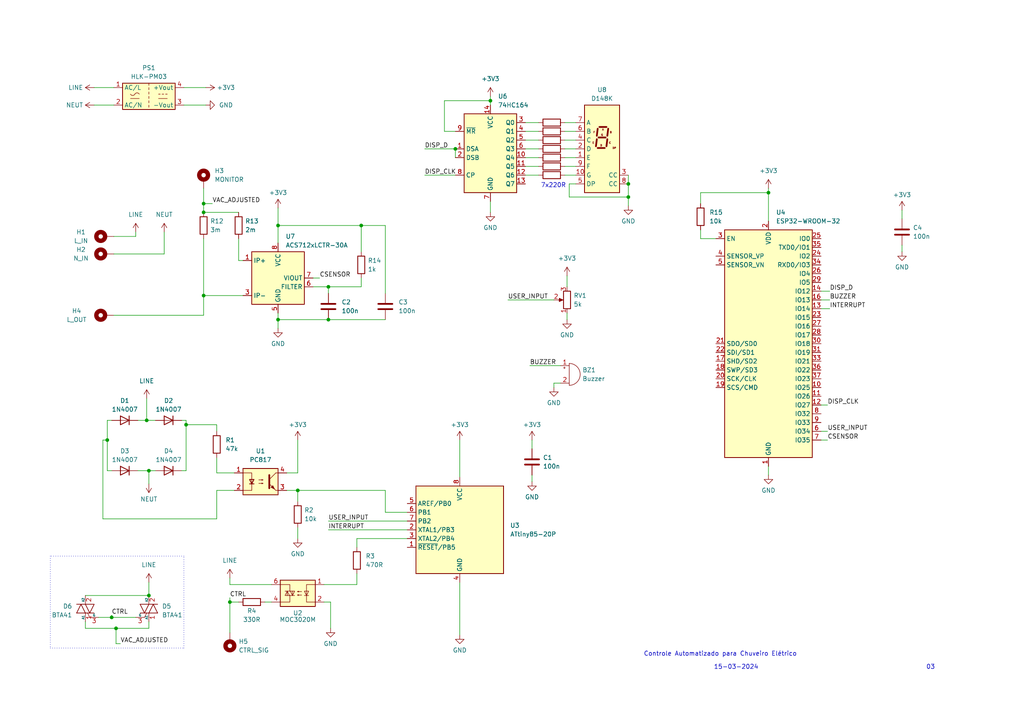
<source format=kicad_sch>
(kicad_sch (version 20230121) (generator eeschema)
  (paper "A4")
  (lib_symbols
    (symbol "74xx:74HC164"
      (property "Reference" "U" (at 1.905 -13.97 0))
      (property "Value" "74HC164" (at 1.905 -16.51 0))
      (symbol "74HC164_0_1"
        (rectangle (start 7.62 10.16) (end -7.62 -12.7) (stroke (width 0.254)) (fill (type background)))
      )
      (symbol "74HC164_1_1"
        (pin input line (at -10.16 0 0) (length 2.54) (name "DSA") (number "1"))
        (pin output line (at 10.16 -2.54 180) (length 2.54) (name "Q4") (number "10"))
        (pin output line (at 10.16 -5.08 180) (length 2.54) (name "Q5") (number "11"))
        (pin output line (at 10.16 -7.62 180) (length 2.54) (name "Q6") (number "12"))
        (pin output line (at 10.16 -10.16 180) (length 2.54) (name "Q7") (number "13"))
        (pin power_in line (at 0 12.7 270) (length 2.54) (name "VCC") (number "14"))
        (pin input line (at -10.16 -2.54 0) (length 2.54) (name "DSB") (number "2"))
        (pin output line (at 10.16 7.62 180) (length 2.54) (name "Q0") (number "3"))
        (pin output line (at 10.16 5.08 180) (length 2.54) (name "Q1") (number "4"))
        (pin output line (at 10.16 2.54 180) (length 2.54) (name "Q2") (number "5"))
        (pin output line (at 10.16 0 180) (length 2.54) (name "Q3") (number "6"))
        (pin power_in line (at 0 -15.24 90) (length 2.54) (name "GND") (number "7"))
        (pin input line (at -10.16 -7.62 0) (length 2.54) (name "CP") (number "8"))
        (pin input line (at -10.16 5.08 0) (length 2.54) (name "~{MR}") (number "9"))
      )
    )
    (symbol "Converter_ACDC:HLK-PM03"
      (property "Reference" "PS" (at 0 5.08 0))
      (property "Value" "HLK-PM03" (at 0 -5.08 0))
      (symbol "HLK-PM03_0_1"
        (rectangle (start -7.62 3.81) (end 7.62 -3.81) (stroke (width 0.254)) (fill (type background)))
        (arc (start -5.334 0.635) (mid -4.699 0.2495) (end -4.064 0.635))
        (arc (start -2.794 0.635) (mid -3.429 1.0072) (end -4.064 0.635))
        (polyline (pts (xy -5.334 -0.635) (xy -2.794 -0.635)))
        (polyline (pts (xy 0 -2.54) (xy 0 -3.175)))
        (polyline (pts (xy 0 -1.27) (xy 0 -1.905)))
        (polyline (pts (xy 0 0) (xy 0 -0.635)))
        (polyline (pts (xy 0 1.27) (xy 0 0.635)))
        (polyline (pts (xy 0 2.54) (xy 0 1.905)))
        (polyline (pts (xy 0 3.81) (xy 0 3.175)))
        (polyline (pts (xy 2.794 -0.635) (xy 5.334 -0.635)))
        (polyline (pts (xy 2.794 0.635) (xy 3.302 0.635)))
        (polyline (pts (xy 3.81 0.635) (xy 4.318 0.635)))
        (polyline (pts (xy 4.826 0.635) (xy 5.334 0.635)))
      )
      (symbol "HLK-PM03_1_1"
        (pin power_in line (at -10.16 2.54 0) (length 2.54) (name "AC/L") (number "1"))
        (pin power_in line (at -10.16 -2.54 0) (length 2.54) (name "AC/N") (number "2"))
        (pin power_out line (at 10.16 -2.54 180) (length 2.54) (name "-Vout") (number "3"))
        (pin power_out line (at 10.16 2.54 180) (length 2.54) (name "+Vout") (number "4"))
      )
    )
    (symbol "Device:Buzzer" (pin_names (offset 0.0254) hide)
      (property "Reference" "BZ" (at 3.81 1.27 0))
      (property "Value" "Buzzer" (at 3.81 -1.27 0))
      (symbol "Buzzer_0_1"
        (arc (start 0 -3.175) (mid 3.1612 0) (end 0 3.175))
        (polyline (pts (xy -1.651 1.905) (xy -1.143 1.905)))
        (polyline (pts (xy -1.397 2.159) (xy -1.397 1.651)))
        (polyline (pts (xy 0 3.175) (xy 0 -3.175)))
      )
      (symbol "Buzzer_1_1"
        (pin passive line (at -2.54 2.54 0) (length 2.54) (name "-") (number "1"))
        (pin passive line (at -2.54 -2.54 0) (length 2.54) (name "+") (number "2"))
      )
    )
    (symbol "Device:C" (pin_numbers hide) (pin_names (offset 0.254))
      (property "Reference" "C" (at 0.635 2.54 0))
      (property "Value" "C" (at 0.635 -2.54 0))
      (symbol "C_0_1"
        (polyline (pts (xy -2.032 -0.762) (xy 2.032 -0.762)) (stroke (width 0.508)))
        (polyline (pts (xy -2.032 0.762) (xy 2.032 0.762)) (stroke (width 0.508)))
      )
      (symbol "C_1_1"
        (pin passive line (at 0 3.81 270) (length 2.794) (name "~") (number "1"))
        (pin passive line (at 0 -3.81 90) (length 2.794) (name "~") (number "2"))
      )
    )
    (symbol "Device:Q_TRIAC_A1A2G" (pin_names (offset 0))
      (property "Reference" "D" (at 3.175 0.635 0))
      (property "Value" "Q_TRIAC_A1A2G" (at 3.175 -1.27 0))
      (symbol "Q_TRIAC_A1A2G_0_1"
        (polyline (pts (xy -2.54 -1.27) (xy 2.54 -1.27)) (stroke (width 0.2032)))
        (polyline (pts (xy -2.54 1.27) (xy 2.54 1.27)) (stroke (width 0.2032)))
        (polyline (pts (xy -1.27 -2.54) (xy -0.635 -1.27)))
        (polyline (pts (xy -2.54 1.27) (xy -1.27 -1.27) (xy 0 1.27)) (stroke (width 0.2032)))
        (polyline (pts (xy 0 -1.27) (xy 1.27 1.27) (xy 2.54 -1.27)) (stroke (width 0.2032)))
      )
      (symbol "Q_TRIAC_A1A2G_1_1"
        (pin passive line (at 0 -3.81 90) (length 2.54) (name "A1") (number "1"))
        (pin passive line (at 0 3.81 270) (length 2.54) (name "A2") (number "2"))
        (pin input line (at -3.81 -2.54 0) (length 2.54) (name "G") (number "3"))
      )
    )
    (symbol "Device:R" (pin_numbers hide) (pin_names (offset 0))
      (property "Reference" "R" (at 2.032 0 90))
      (property "Value" "R" (at 0 0 90))
      (symbol "R_0_1"
        (rectangle (start -1.016 -2.54) (end 1.016 2.54) (stroke (width 0.254)))
      )
      (symbol "R_1_1"
        (pin passive line (at 0 3.81 270) (length 1.27) (name "~") (number "1"))
        (pin passive line (at 0 -3.81 90) (length 1.27) (name "~") (number "2"))
      )
    )
    (symbol "Device:R_Potentiometer" (pin_names (offset 1.016) hide)
      (property "Reference" "RV" (at -4.445 0 90))
      (property "Value" "R_Potentiometer" (at -2.54 0 90))
      (symbol "R_Potentiometer_0_1"
        (polyline (pts (xy 2.54 0) (xy 1.524 0)))
        (polyline (pts (xy 1.143 0) (xy 2.286 0.508) (xy 2.286 -0.508) (xy 1.143 0)) (fill (type outline)))
        (rectangle (start 1.016 2.54) (end -1.016 -2.54) (stroke (width 0.254)))
      )
      (symbol "R_Potentiometer_1_1"
        (pin passive line (at 0 3.81 270) (length 1.27) (name "1") (number "1"))
        (pin passive line (at 3.81 0 180) (length 1.27) (name "2") (number "2"))
        (pin passive line (at 0 -3.81 90) (length 1.27) (name "3") (number "3"))
      )
    )
    (symbol "Diode:1N4007" (pin_numbers hide) (pin_names hide)
      (property "Reference" "D" (at 0 2.54 0))
      (property "Value" "1N4007" (at 0 -2.54 0))
      (symbol "1N4007_0_1"
        (polyline (pts (xy -1.27 1.27) (xy -1.27 -1.27)) (stroke (width 0.254)))
        (polyline (pts (xy 1.27 0) (xy -1.27 0)))
        (polyline (pts (xy 1.27 1.27) (xy 1.27 -1.27) (xy -1.27 0) (xy 1.27 1.27)) (stroke (width 0.254)))
      )
      (symbol "1N4007_1_1"
        (pin passive line (at -3.81 0 0) (length 2.54) (name "K") (number "1"))
        (pin passive line (at 3.81 0 180) (length 2.54) (name "A") (number "2"))
      )
    )
    (symbol "Display_Character:D148K"
      (property "Reference" "U" (at -2.54 13.97 0))
      (property "Value" "D148K" (at 1.27 13.97 0))
      (symbol "D148K_0_0"
        (text "A" (at 0.254 5.588 0) (effects (font (size 0.508 0.508))))
        (text "B" (at 2.54 4.826 0) (effects (font (size 0.508 0.508))))
        (text "C" (at 2.286 1.778 0) (effects (font (size 0.508 0.508))))
        (text "D" (at -0.254 1.016 0) (effects (font (size 0.508 0.508))))
        (text "DP" (at 3.556 0.254 0) (effects (font (size 0.508 0.508))))
        (text "E" (at -2.54 1.778 0) (effects (font (size 0.508 0.508))))
        (text "F" (at -2.286 4.826 0) (effects (font (size 0.508 0.508))))
        (text "G" (at 0 4.064 0) (effects (font (size 0.508 0.508))))
      )
      (symbol "D148K_0_1"
        (rectangle (start -5.08 12.7) (end 5.08 -12.7) (stroke (width 0.254)) (fill (type background)))
        (polyline (pts (xy -1.524 2.794) (xy -1.778 0.762)) (stroke (width 0.508)))
        (polyline (pts (xy -1.27 0.254) (xy 0.762 0.254)) (stroke (width 0.508)))
        (polyline (pts (xy -1.27 5.842) (xy -1.524 3.81)) (stroke (width 0.508)))
        (polyline (pts (xy -1.016 3.302) (xy 1.016 3.302)) (stroke (width 0.508)))
        (polyline (pts (xy -0.762 6.35) (xy 1.27 6.35)) (stroke (width 0.508)))
        (polyline (pts (xy 1.524 2.794) (xy 1.27 0.762)) (stroke (width 0.508)))
        (polyline (pts (xy 1.778 5.842) (xy 1.524 3.81)) (stroke (width 0.508)))
        (polyline (pts (xy 2.54 0.254) (xy 2.54 0.254)) (stroke (width 0.508)))
      )
      (symbol "D148K_1_1"
        (pin input line (at -7.62 -2.54 0) (length 2.54) (name "E") (number "1"))
        (pin input line (at -7.62 -7.62 0) (length 2.54) (name "G") (number "10"))
        (pin input line (at -7.62 0 0) (length 2.54) (name "D") (number "2"))
        (pin input line (at 7.62 -7.62 180) (length 2.54) (name "CC") (number "3"))
        (pin input line (at -7.62 2.54 0) (length 2.54) (name "C") (number "4"))
        (pin input line (at -7.62 -10.16 0) (length 2.54) (name "DP") (number "5"))
        (pin input line (at -7.62 5.08 0) (length 2.54) (name "B") (number "6"))
        (pin input line (at -7.62 7.62 0) (length 2.54) (name "A") (number "7"))
        (pin input line (at 7.62 -10.16 180) (length 2.54) (name "CC") (number "8"))
        (pin input line (at -7.62 -5.08 0) (length 2.54) (name "F") (number "9"))
      )
    )
    (symbol "Isolator:PC817" (pin_names (offset 1.016))
      (property "Reference" "U" (at -5.08 5.08 0))
      (property "Value" "PC817" (at 0 5.08 0))
      (symbol "PC817_0_1"
        (rectangle (start -5.08 3.81) (end 5.08 -3.81) (stroke (width 0.254)) (fill (type background)))
        (polyline (pts (xy -3.175 -0.635) (xy -1.905 -0.635)) (stroke (width 0.254)))
        (polyline (pts (xy 2.54 0.635) (xy 4.445 2.54)))
        (polyline (pts (xy 4.445 -2.54) (xy 2.54 -0.635)) (fill (type outline)))
        (polyline (pts (xy 4.445 -2.54) (xy 5.08 -2.54)))
        (polyline (pts (xy 4.445 2.54) (xy 5.08 2.54)))
        (polyline (pts (xy -5.08 2.54) (xy -2.54 2.54) (xy -2.54 -0.635)))
        (polyline (pts (xy -2.54 -0.635) (xy -2.54 -2.54) (xy -5.08 -2.54)))
        (polyline (pts (xy 2.54 1.905) (xy 2.54 -1.905) (xy 2.54 -1.905)) (stroke (width 0.508)))
        (polyline (pts (xy -2.54 -0.635) (xy -3.175 0.635) (xy -1.905 0.635) (xy -2.54 -0.635)) (stroke (width 0.254)))
        (polyline (pts (xy -0.508 -0.508) (xy 0.762 -0.508) (xy 0.381 -0.635) (xy 0.381 -0.381) (xy 0.762 -0.508)))
        (polyline (pts (xy -0.508 0.508) (xy 0.762 0.508) (xy 0.381 0.381) (xy 0.381 0.635) (xy 0.762 0.508)))
        (polyline (pts (xy 3.048 -1.651) (xy 3.556 -1.143) (xy 4.064 -2.159) (xy 3.048 -1.651) (xy 3.048 -1.651)) (fill (type outline)))
      )
      (symbol "PC817_1_1"
        (pin passive line (at -7.62 2.54 0) (length 2.54) (name "~") (number "1"))
        (pin passive line (at -7.62 -2.54 0) (length 2.54) (name "~") (number "2"))
        (pin passive line (at 7.62 -2.54 180) (length 2.54) (name "~") (number "3"))
        (pin passive line (at 7.62 2.54 180) (length 2.54) (name "~") (number "4"))
      )
    )
    (symbol "MCU_Microchip_ATtiny:ATtiny85-20P"
      (property "Reference" "U" (at -12.7 13.97 0))
      (property "Value" "ATtiny85-20P" (at 2.54 -13.97 0))
      (symbol "ATtiny85-20P_0_1"
        (rectangle (start -12.7 -12.7) (end 12.7 12.7) (stroke (width 0.254)) (fill (type background)))
      )
      (symbol "ATtiny85-20P_1_1"
        (pin bidirectional line (at 15.24 -5.08 180) (length 2.54) (name "~{RESET}/PB5") (number "1"))
        (pin bidirectional line (at 15.24 0 180) (length 2.54) (name "XTAL1/PB3") (number "2"))
        (pin bidirectional line (at 15.24 -2.54 180) (length 2.54) (name "XTAL2/PB4") (number "3"))
        (pin power_in line (at 0 -15.24 90) (length 2.54) (name "GND") (number "4"))
        (pin bidirectional line (at 15.24 7.62 180) (length 2.54) (name "AREF/PB0") (number "5"))
        (pin bidirectional line (at 15.24 5.08 180) (length 2.54) (name "PB1") (number "6"))
        (pin bidirectional line (at 15.24 2.54 180) (length 2.54) (name "PB2") (number "7"))
        (pin power_in line (at 0 15.24 270) (length 2.54) (name "VCC") (number "8"))
      )
    )
    (symbol "Mechanical:MountingHole_Pad" (pin_numbers hide) (pin_names (offset 1.016) hide)
      (property "Reference" "H" (at 0 6.35 0))
      (property "Value" "MountingHole_Pad" (at 0 4.445 0))
      (symbol "MountingHole_Pad_0_1"
        (circle (center 0 1.27) (radius 1.27) (stroke (width 1.27)))
      )
      (symbol "MountingHole_Pad_1_1"
        (pin input line (at 0 -2.54 90) (length 2.54) (name "1") (number "1"))
      )
    )
    (symbol "RF_Module:ESP32-WROOM-32"
      (property "Reference" "U" (at -12.7 34.29 0))
      (property "Value" "ESP32-WROOM-32" (at 1.27 34.29 0))
      (symbol "ESP32-WROOM-32_0_1"
        (rectangle (start -12.7 33.02) (end 12.7 -33.02) (stroke (width 0.254)) (fill (type background)))
      )
      (symbol "ESP32-WROOM-32_1_1"
        (pin power_in line (at 0 -35.56 90) (length 2.54) (name "GND") (number "1"))
        (pin bidirectional line (at 15.24 -12.7 180) (length 2.54) (name "IO25") (number "10"))
        (pin bidirectional line (at 15.24 -15.24 180) (length 2.54) (name "IO26") (number "11"))
        (pin bidirectional line (at 15.24 -17.78 180) (length 2.54) (name "IO27") (number "12"))
        (pin bidirectional line (at 15.24 10.16 180) (length 2.54) (name "IO14") (number "13"))
        (pin bidirectional line (at 15.24 15.24 180) (length 2.54) (name "IO12") (number "14"))
        (pin passive line (at 0 -35.56 90) (length 2.54) hide (name "GND") (number "15"))
        (pin bidirectional line (at 15.24 12.7 180) (length 2.54) (name "IO13") (number "16"))
        (pin bidirectional line (at -15.24 -5.08 0) (length 2.54) (name "SHD/SD2") (number "17"))
        (pin bidirectional line (at -15.24 -7.62 0) (length 2.54) (name "SWP/SD3") (number "18"))
        (pin bidirectional line (at -15.24 -12.7 0) (length 2.54) (name "SCS/CMD") (number "19"))
        (pin power_in line (at 0 35.56 270) (length 2.54) (name "VDD") (number "2"))
        (pin bidirectional line (at -15.24 -10.16 0) (length 2.54) (name "SCK/CLK") (number "20"))
        (pin bidirectional line (at -15.24 0 0) (length 2.54) (name "SDO/SD0") (number "21"))
        (pin bidirectional line (at -15.24 -2.54 0) (length 2.54) (name "SDI/SD1") (number "22"))
        (pin bidirectional line (at 15.24 7.62 180) (length 2.54) (name "IO15") (number "23"))
        (pin bidirectional line (at 15.24 25.4 180) (length 2.54) (name "IO2") (number "24"))
        (pin bidirectional line (at 15.24 30.48 180) (length 2.54) (name "IO0") (number "25"))
        (pin bidirectional line (at 15.24 20.32 180) (length 2.54) (name "IO4") (number "26"))
        (pin bidirectional line (at 15.24 5.08 180) (length 2.54) (name "IO16") (number "27"))
        (pin bidirectional line (at 15.24 2.54 180) (length 2.54) (name "IO17") (number "28"))
        (pin bidirectional line (at 15.24 17.78 180) (length 2.54) (name "IO5") (number "29"))
        (pin input line (at -15.24 30.48 0) (length 2.54) (name "EN") (number "3"))
        (pin bidirectional line (at 15.24 0 180) (length 2.54) (name "IO18") (number "30"))
        (pin bidirectional line (at 15.24 -2.54 180) (length 2.54) (name "IO19") (number "31"))
        (pin no_connect line (at -12.7 -27.94 0) (length 2.54) hide (name "NC") (number "32"))
        (pin bidirectional line (at 15.24 -5.08 180) (length 2.54) (name "IO21") (number "33"))
        (pin bidirectional line (at 15.24 22.86 180) (length 2.54) (name "RXD0/IO3") (number "34"))
        (pin bidirectional line (at 15.24 27.94 180) (length 2.54) (name "TXD0/IO1") (number "35"))
        (pin bidirectional line (at 15.24 -7.62 180) (length 2.54) (name "IO22") (number "36"))
        (pin bidirectional line (at 15.24 -10.16 180) (length 2.54) (name "IO23") (number "37"))
        (pin passive line (at 0 -35.56 90) (length 2.54) hide (name "GND") (number "38"))
        (pin passive line (at 0 -35.56 90) (length 2.54) hide (name "GND") (number "39"))
        (pin input line (at -15.24 25.4 0) (length 2.54) (name "SENSOR_VP") (number "4"))
        (pin input line (at -15.24 22.86 0) (length 2.54) (name "SENSOR_VN") (number "5"))
        (pin input line (at 15.24 -25.4 180) (length 2.54) (name "IO34") (number "6"))
        (pin input line (at 15.24 -27.94 180) (length 2.54) (name "IO35") (number "7"))
        (pin bidirectional line (at 15.24 -20.32 180) (length 2.54) (name "IO32") (number "8"))
        (pin bidirectional line (at 15.24 -22.86 180) (length 2.54) (name "IO33") (number "9"))
      )
    )
    (symbol "Relay_SolidState:MOC3020M"
      (property "Reference" "U" (at -5.334 4.826 0))
      (property "Value" "MOC3020M" (at 0 5.08 0))
      (symbol "MOC3020M_0_1"
        (rectangle (start -5.08 3.81) (end 5.08 -3.81) (stroke (width 0.254)) (fill (type background)))
        (polyline (pts (xy -3.175 -0.635) (xy -1.905 -0.635)))
        (polyline (pts (xy 1.524 -0.635) (xy 1.524 0.635)))
        (polyline (pts (xy 3.048 0.635) (xy 3.048 -0.635)))
        (polyline (pts (xy 2.286 -0.635) (xy 2.286 -2.54) (xy 5.08 -2.54)))
        (polyline (pts (xy 2.286 0.635) (xy 2.286 2.54) (xy 5.08 2.54)))
        (polyline (pts (xy -5.08 2.54) (xy -2.54 2.54) (xy -2.54 -2.54) (xy -5.08 -2.54)))
        (polyline (pts (xy -2.54 -0.635) (xy -3.175 0.635) (xy -1.905 0.635) (xy -2.54 -0.635)))
        (polyline (pts (xy 0.889 -0.635) (xy 3.683 -0.635) (xy 3.048 0.635) (xy 2.413 -0.635)))
        (polyline (pts (xy 3.683 0.635) (xy 0.889 0.635) (xy 1.524 -0.635) (xy 2.159 0.635)))
        (polyline (pts (xy -1.143 -0.508) (xy 0.127 -0.508) (xy -0.254 -0.635) (xy -0.254 -0.381) (xy 0.127 -0.508)))
        (polyline (pts (xy -1.143 0.508) (xy 0.127 0.508) (xy -0.254 0.381) (xy -0.254 0.635) (xy 0.127 0.508)))
      )
      (symbol "MOC3020M_1_1"
        (pin passive line (at -7.62 2.54 0) (length 2.54) (name "~") (number "1"))
        (pin passive line (at -7.62 -2.54 0) (length 2.54) (name "~") (number "2"))
        (pin no_connect line (at -5.08 0 0) (length 2.54) hide (name "NC") (number "3"))
        (pin passive line (at 7.62 -2.54 180) (length 2.54) (name "~") (number "4"))
        (pin no_connect line (at 5.08 0 180) (length 2.54) hide (name "NC") (number "5"))
        (pin passive line (at 7.62 2.54 180) (length 2.54) (name "~") (number "6"))
      )
    )
    (symbol "Sensor_Current:ACS712xLCTR-30A"
      (property "Reference" "U" (at 2.54 11.43 0))
      (property "Value" "ACS712xLCTR-30A" (at 2.54 8.89 0))
      (symbol "ACS712xLCTR-30A_0_1"
        (rectangle (start -7.62 7.62) (end 7.62 -7.62) (stroke (width 0.254)) (fill (type background)))
      )
      (symbol "ACS712xLCTR-30A_1_1"
        (pin passive line (at -10.16 5.08 0) (length 2.54) (name "IP+") (number "1"))
        (pin passive line (at -10.16 5.08 0) (length 2.54) hide (name "IP+") (number "2"))
        (pin passive line (at -10.16 -5.08 0) (length 2.54) (name "IP-") (number "3"))
        (pin passive line (at -10.16 -5.08 0) (length 2.54) hide (name "IP-") (number "4"))
        (pin power_in line (at 0 -10.16 90) (length 2.54) (name "GND") (number "5"))
        (pin passive line (at 10.16 -2.54 180) (length 2.54) (name "FILTER") (number "6"))
        (pin output line (at 10.16 0 180) (length 2.54) (name "VIOUT") (number "7"))
        (pin power_in line (at 0 10.16 270) (length 2.54) (name "VCC") (number "8"))
      )
    )
    (symbol "power:+3V3" (power) (pin_names (offset 0))
      (property "Value" "+3V3" (at 0 3.556 0))
      (symbol "+3V3_0_1"
        (polyline (pts (xy -0.762 1.27) (xy 0 2.54)))
        (polyline (pts (xy 0 0) (xy 0 2.54)))
        (polyline (pts (xy 0 2.54) (xy 0.762 1.27)))
      )
      (symbol "+3V3_1_1"
        (pin power_in line (at 0 0 90) (length 0) hide (name "+3V3") (number "1"))
      )
    )
    (symbol "power:GND" (power) (pin_names (offset 0))
      (property "Value" "GND" (at 0 -3.81 0))
      (symbol "GND_0_1"
        (polyline (pts (xy 0 0) (xy 0 -1.27) (xy 1.27 -1.27) (xy 0 -2.54) (xy -1.27 -1.27) (xy 0 -1.27)))
      )
      (symbol "GND_1_1"
        (pin power_in line (at 0 0 270) (length 0) hide (name "GND") (number "1"))
      )
    )
    (symbol "power:LINE" (power) (pin_names (offset 0))
      (property "Value" "LINE" (at 0 3.81 0))
      (symbol "LINE_0_1"
        (polyline (pts (xy -0.762 1.27) (xy 0 2.54)))
        (polyline (pts (xy 0 0) (xy 0 2.54)))
        (polyline (pts (xy 0 2.54) (xy 0.762 1.27)))
      )
      (symbol "LINE_1_1"
        (pin power_in line (at 0 0 90) (length 0) hide (name "LINE") (number "1"))
      )
    )
    (symbol "power:NEUT" (power) (pin_names (offset 0))
      (property "Value" "NEUT" (at 0 3.81 0))
      (symbol "NEUT_0_1"
        (polyline (pts (xy -0.762 1.27) (xy 0 2.54)))
        (polyline (pts (xy 0 0) (xy 0 2.54)))
        (polyline (pts (xy 0 2.54) (xy 0.762 1.27)))
      )
      (symbol "NEUT_1_1"
        (pin power_in line (at 0 0 90) (length 0) hide (name "NEUT") (number "1"))
      )
    )
  )
  (junction (at 142.24 29.21))
  (junction (at 222.885 55.88))
  (junction (at 33.655 182.245))
  (junction (at 43.18 136.525))
  (junction (at 182.245 57.15))
  (junction (at 95.25 92.71))
  (junction (at 42.545 121.92))
  (junction (at 95.25 83.185))
  (junction (at 132.08 43.18))
  (junction (at 32.385 179.07))
  (junction (at 53.975 123.19))
  (junction (at 86.36 142.24))
  (junction (at 104.775 65.405))
  (junction (at 80.645 92.71))
  (junction (at 182.245 53.34))
  (junction (at 66.675 174.625))
  (junction (at 43.18 172.72))
  (junction (at 59.055 61.595))
  (junction (at 59.055 59.055))
  (junction (at 31.115 127.635))
  (junction (at 80.645 65.405))
  (junction (at 59.055 85.725))
  (wire (pts (xy 152.4 45.72) (xy 156.21 45.72)))
  (wire (pts (xy 52.705 121.92) (xy 53.975 121.92)))
  (wire (pts (xy 80.645 90.805) (xy 80.645 92.71)))
  (wire (pts (xy 80.645 65.405) (xy 80.645 70.485)))
  (wire (pts (xy 62.865 132.715) (xy 62.865 137.16)))
  (wire (pts (xy 261.62 60.96) (xy 261.62 63.5)))
  (wire (pts (xy 62.865 123.19) (xy 62.865 125.095)))
  (wire (pts (xy 104.775 80.645) (xy 104.775 83.185)))
  (wire (pts (xy 53.975 123.19) (xy 53.975 136.525)))
  (wire (pts (xy 43.18 140.335) (xy 43.18 136.525)))
  (wire (pts (xy 42.545 121.92) (xy 45.085 121.92)))
  (wire (pts (xy 111.76 142.24) (xy 86.36 142.24)))
  (wire (pts (xy 182.245 50.8) (xy 182.245 53.34)))
  (wire (pts (xy 66.675 173.355) (xy 66.675 174.625)))
  (wire (pts (xy 154.305 127.635) (xy 154.305 130.175)))
  (wire (pts (xy 24.765 180.34) (xy 24.765 182.245)))
  (wire (pts (xy 222.885 55.88) (xy 222.885 64.135)))
  (wire (pts (xy 238.125 89.535) (xy 240.665 89.535)))
  (wire (pts (xy 59.055 61.595) (xy 69.215 61.595)))
  (wire (pts (xy 103.505 169.545) (xy 103.505 166.37)))
  (wire (pts (xy 66.675 183.515) (xy 66.675 174.625)))
  (wire (pts (xy 90.805 83.185) (xy 95.25 83.185)))
  (wire (pts (xy 238.125 84.455) (xy 240.665 84.455)))
  (wire (pts (xy 29.845 127.635) (xy 31.115 127.635)))
  (wire (pts (xy 29.845 127.635) (xy 29.845 150.495)))
  (wire (pts (xy 163.83 40.64) (xy 167.005 40.64)))
  (wire (pts (xy 152.4 48.26) (xy 156.21 48.26)))
  (wire (pts (xy 203.2 59.055) (xy 203.2 55.88)))
  (wire (pts (xy 128.905 29.21) (xy 142.24 29.21)))
  (wire (pts (xy 133.35 127.635) (xy 133.35 138.43)))
  (wire (pts (xy 95.25 153.67) (xy 118.11 153.67)))
  (wire (pts (xy 53.34 25.4) (xy 59.69 25.4)))
  (wire (pts (xy 164.465 80.01) (xy 164.465 83.185)))
  (wire (pts (xy 62.865 137.16) (xy 67.945 137.16)))
  (wire (pts (xy 203.2 55.88) (xy 222.885 55.88)))
  (polyline (pts (xy 53.34 187.96) (xy 53.34 161.29)) (stroke (width 0) (type dot)))
  (wire (pts (xy 152.4 50.8) (xy 156.21 50.8)))
  (wire (pts (xy 86.36 137.16) (xy 83.185 137.16)))
  (wire (pts (xy 238.125 117.475) (xy 240.03 117.475)))
  (wire (pts (xy 59.055 54.61) (xy 59.055 59.055)))
  (wire (pts (xy 123.19 50.8) (xy 132.08 50.8)))
  (wire (pts (xy 95.25 83.185) (xy 95.25 85.09)))
  (wire (pts (xy 33.655 186.69) (xy 33.655 182.245)))
  (wire (pts (xy 32.385 179.07) (xy 39.37 179.07)))
  (wire (pts (xy 80.645 92.71) (xy 95.25 92.71)))
  (wire (pts (xy 154.305 137.795) (xy 154.305 139.7)))
  (wire (pts (xy 133.35 168.91) (xy 133.35 184.15)))
  (wire (pts (xy 76.835 174.625) (xy 78.74 174.625)))
  (wire (pts (xy 32.385 121.92) (xy 31.115 121.92)))
  (wire (pts (xy 62.865 142.24) (xy 62.865 150.495)))
  (wire (pts (xy 62.865 123.19) (xy 53.975 123.19)))
  (wire (pts (xy 163.83 43.18) (xy 167.005 43.18)))
  (wire (pts (xy 222.885 54.61) (xy 222.885 55.88)))
  (wire (pts (xy 31.115 121.92) (xy 31.115 127.635)))
  (wire (pts (xy 103.505 156.21) (xy 103.505 158.75)))
  (wire (pts (xy 80.645 65.405) (xy 104.775 65.405)))
  (wire (pts (xy 33.02 30.48) (xy 27.305 30.48)))
  (wire (pts (xy 163.83 50.8) (xy 167.005 50.8)))
  (wire (pts (xy 93.98 174.625) (xy 95.885 174.625)))
  (wire (pts (xy 42.545 115.57) (xy 42.545 121.92)))
  (wire (pts (xy 152.4 43.18) (xy 156.21 43.18)))
  (wire (pts (xy 152.4 38.1) (xy 156.21 38.1)))
  (wire (pts (xy 53.34 30.48) (xy 59.69 30.48)))
  (wire (pts (xy 31.115 127.635) (xy 31.115 136.525)))
  (wire (pts (xy 132.08 43.18) (xy 132.08 45.72)))
  (wire (pts (xy 86.36 127.635) (xy 86.36 137.16)))
  (wire (pts (xy 29.845 150.495) (xy 62.865 150.495)))
  (wire (pts (xy 66.675 167.64) (xy 66.675 169.545)))
  (wire (pts (xy 28.575 179.07) (xy 32.385 179.07)))
  (wire (pts (xy 163.83 35.56) (xy 167.005 35.56)))
  (wire (pts (xy 43.18 168.91) (xy 43.18 172.72)))
  (wire (pts (xy 31.115 136.525) (xy 32.385 136.525)))
  (wire (pts (xy 27.305 25.4) (xy 33.02 25.4)))
  (wire (pts (xy 69.215 75.565) (xy 70.485 75.565)))
  (wire (pts (xy 163.83 48.26) (xy 167.005 48.26)))
  (polyline (pts (xy 53.34 161.29) (xy 14.605 161.29)) (stroke (width 0) (type dot)))
  (wire (pts (xy 53.975 136.525) (xy 52.705 136.525)))
  (wire (pts (xy 128.905 38.1) (xy 128.905 29.21)))
  (wire (pts (xy 86.36 142.24) (xy 86.36 145.415)))
  (wire (pts (xy 153.67 106.045) (xy 162.56 106.045)))
  (polyline (pts (xy 14.605 161.29) (xy 14.605 187.96)) (stroke (width 0) (type dot)))
  (wire (pts (xy 104.775 83.185) (xy 95.25 83.185)))
  (wire (pts (xy 238.125 127.635) (xy 240.03 127.635)))
  (wire (pts (xy 53.975 121.92) (xy 53.975 123.19)))
  (wire (pts (xy 142.24 58.42) (xy 142.24 61.595)))
  (wire (pts (xy 62.865 142.24) (xy 67.945 142.24)))
  (wire (pts (xy 80.645 60.325) (xy 80.645 65.405)))
  (wire (pts (xy 142.24 29.21) (xy 142.24 30.48)))
  (wire (pts (xy 238.125 125.095) (xy 240.03 125.095)))
  (wire (pts (xy 203.2 69.215) (xy 207.645 69.215)))
  (wire (pts (xy 59.055 69.215) (xy 59.055 85.725)))
  (wire (pts (xy 90.805 80.645) (xy 92.71 80.645)))
  (wire (pts (xy 93.98 169.545) (xy 103.505 169.545)))
  (wire (pts (xy 167.005 53.34) (xy 165.1 53.34)))
  (wire (pts (xy 222.885 135.255) (xy 222.885 137.795)))
  (wire (pts (xy 34.925 186.69) (xy 33.655 186.69)))
  (wire (pts (xy 59.055 59.055) (xy 59.055 61.595)))
  (wire (pts (xy 59.055 85.725) (xy 70.485 85.725)))
  (wire (pts (xy 182.245 57.15) (xy 182.245 59.69)))
  (wire (pts (xy 33.02 68.58) (xy 39.37 68.58)))
  (wire (pts (xy 61.595 59.055) (xy 59.055 59.055)))
  (wire (pts (xy 163.83 45.72) (xy 167.005 45.72)))
  (wire (pts (xy 66.675 169.545) (xy 78.74 169.545)))
  (wire (pts (xy 104.775 73.025) (xy 104.775 65.405)))
  (wire (pts (xy 203.2 66.675) (xy 203.2 69.215)))
  (wire (pts (xy 33.02 73.66) (xy 47.625 73.66)))
  (polyline (pts (xy 14.605 187.96) (xy 53.34 187.96)) (stroke (width 0) (type dot)))
  (wire (pts (xy 66.675 174.625) (xy 69.215 174.625)))
  (wire (pts (xy 24.765 172.72) (xy 43.18 172.72)))
  (wire (pts (xy 132.08 38.1) (xy 128.905 38.1)))
  (wire (pts (xy 80.645 92.71) (xy 80.645 95.25)))
  (wire (pts (xy 39.37 68.58) (xy 39.37 67.31)))
  (wire (pts (xy 160.655 111.125) (xy 160.655 112.395)))
  (wire (pts (xy 123.19 43.18) (xy 132.08 43.18)))
  (wire (pts (xy 86.36 153.035) (xy 86.36 156.21)))
  (wire (pts (xy 182.245 57.15) (xy 182.245 53.34)))
  (wire (pts (xy 59.055 91.44) (xy 59.055 85.725)))
  (wire (pts (xy 164.465 90.805) (xy 164.465 92.71)))
  (wire (pts (xy 111.76 85.09) (xy 111.76 65.405)))
  (wire (pts (xy 43.18 182.245) (xy 33.655 182.245)))
  (wire (pts (xy 32.385 178.435) (xy 32.385 179.07)))
  (wire (pts (xy 95.25 151.13) (xy 118.11 151.13)))
  (wire (pts (xy 43.18 180.34) (xy 43.18 182.245)))
  (wire (pts (xy 118.11 148.59) (xy 111.76 148.59)))
  (wire (pts (xy 111.76 148.59) (xy 111.76 142.24)))
  (wire (pts (xy 165.1 57.15) (xy 182.245 57.15)))
  (wire (pts (xy 47.625 67.31) (xy 47.625 73.66)))
  (wire (pts (xy 163.83 38.1) (xy 167.005 38.1)))
  (wire (pts (xy 261.62 71.12) (xy 261.62 73.025)))
  (wire (pts (xy 69.215 69.215) (xy 69.215 75.565)))
  (wire (pts (xy 238.125 86.995) (xy 240.665 86.995)))
  (wire (pts (xy 147.32 86.995) (xy 160.655 86.995)))
  (wire (pts (xy 165.1 53.34) (xy 165.1 57.15)))
  (wire (pts (xy 95.885 174.625) (xy 95.885 182.245)))
  (wire (pts (xy 142.24 27.94) (xy 142.24 29.21)))
  (wire (pts (xy 24.765 182.245) (xy 33.655 182.245)))
  (wire (pts (xy 152.4 35.56) (xy 156.21 35.56)))
  (wire (pts (xy 43.18 136.525) (xy 45.085 136.525)))
  (wire (pts (xy 83.185 142.24) (xy 86.36 142.24)))
  (wire (pts (xy 162.56 111.125) (xy 160.655 111.125)))
  (wire (pts (xy 103.505 156.21) (xy 118.11 156.21)))
  (wire (pts (xy 104.775 65.405) (xy 111.76 65.405)))
  (wire (pts (xy 111.76 92.71) (xy 95.25 92.71)))
  (wire (pts (xy 40.005 136.525) (xy 43.18 136.525)))
  (wire (pts (xy 33.02 91.44) (xy 59.055 91.44)))
  (wire (pts (xy 152.4 40.64) (xy 156.21 40.64)))
  (wire (pts (xy 42.545 121.92) (xy 40.005 121.92)))
  (text "Controle Automatizado para Chuveiro Elétrico" (at 186.69 190.5 0) (effects (font (size 1.27 1.27)) (justify left bottom)))
  (text "7x220R\n" (at 156.845 54.61 0) (effects (font (size 1.27 1.27)) (justify left bottom)))
  (text "15-03-2024\n" (at 207.01 194.31 0) (effects (font (size 1.27 1.27)) (justify left bottom)))
  (text "03\n" (at 268.605 194.31 0) (effects (font (size 1.27 1.27)) (justify left bottom)))
  (label "INTERRUPT" (at 95.25 153.67 0))
  (label "CTRL" (at 66.675 173.355 0))
  (label "BUZZER" (at 153.67 106.045 0))
  (label "VAC_ADJUSTED" (at 61.595 59.055 0))
  (label "USER_INPUT" (at 95.25 151.13 0))
  (label "DISP_CLK" (at 123.19 50.8 0))
  (label "INTERRUPT" (at 240.665 89.535 0))
  (label "CTRL" (at 32.385 178.435 0))
  (label "BUZZER" (at 240.665 86.995 0))
  (label "DISP_D" (at 240.665 84.455 0))
  (label "USER_INPUT" (at 240.03 125.095 0))
  (label "CSENSOR" (at 92.71 80.645 0))
  (label "VAC_ADJUSTED" (at 34.925 186.69 0))
  (label "DISP_CLK" (at 240.03 117.475 0))
  (label "DISP_D" (at 123.19 43.18 0))
  (label "CSENSOR" (at 240.03 127.635 0))
  (label "USER_INPUT" (at 147.32 86.995 0))
  (symbol (lib_id "power:NEUT") (at 47.625 67.31 0) (unit 1)
    (property "Reference" "#PWR022" (effects hide))
    (property "Value" "NEUT" (at 47.625 62.23 0))
  )
  (symbol (lib_id "power:GND") (at 59.69 30.48 90) (unit 1)
    (property "Reference" "#PWR0102" (effects hide))
    (property "Value" "GND" (at 63.5 30.48 90) (effects (justify right)))
  )
  (symbol (lib_id "power:NEUT") (at 27.305 30.48 90) (unit 1)
    (property "Reference" "#PWR04" (effects hide))
    (property "Value" "NEUT" (at 24.13 30.48 90) (effects (justify left)))
  )
  (symbol (lib_id "Mechanical:MountingHole_Pad") (at 66.675 186.055 180) (unit 1)
    (property "Reference" "H5" (at 69.215 186.055 0) (effects (justify right)))
    (property "Value" "CTRL_SIG" (at 69.215 188.595 0) (effects (justify right)))
    (property "Footprint" "MountingHole:MountingHole_2.5mm_Pad" (effects hide))
  )
  (symbol (lib_id "Diode:1N4007") (at 48.895 136.525 0) (mirror y) (unit 1)
    (property "Reference" "D4" (at 48.895 130.81 0))
    (property "Value" "1N4007" (at 48.895 133.35 0))
    (property "Footprint" "Diode_SMD:D_SMA" (effects hide))
    (property "Datasheet" "http://www.vishay.com/docs/88503/1n4001.pdf" (effects hide))
    (property "Sim.Device" "D" (effects hide))
    (property "Sim.Pins" "1=K 2=A" (effects hide))
  )
  (symbol (lib_id "Device:R") (at 160.02 50.8 90) (unit 1)
    (property "Reference" "R11" (effects hide))
    (property "Value" "220R" (effects hide))
    (property "Footprint" "Resistor_SMD:R_0805_2012Metric_Pad1.20x1.40mm_HandSolder" (effects hide))
  )
  (symbol (lib_id "Device:C") (at 154.305 133.985 0) (unit 1)
    (property "Reference" "C1" (at 157.48 132.715 0) (effects (justify left)))
    (property "Value" "100n" (at 157.48 135.255 0) (effects (justify left)))
    (property "Footprint" "Capacitor_SMD:C_0805_2012Metric_Pad1.18x1.45mm_HandSolder" (effects hide))
  )
  (symbol (lib_id "Device:R") (at 62.865 128.905 0) (unit 1)
    (property "Reference" "R1" (at 65.405 127.635 0) (effects (justify left)))
    (property "Value" "47k" (at 65.405 130.175 0) (effects (justify left)))
    (property "Footprint" "Resistor_THT:R_Axial_DIN0617_L17.0mm_D6.0mm_P20.32mm_Horizontal" (effects hide))
  )
  (symbol (lib_id "power:+3V3") (at 133.35 127.635 0) (unit 1)
    (property "Reference" "#PWR08" (effects hide))
    (property "Value" "+3V3" (at 133.35 123.19 0))
  )
  (symbol (lib_id "power:+3V3") (at 261.62 60.96 0) (unit 1)
    (property "Reference" "#PWR018" (effects hide))
    (property "Value" "+3V3" (at 261.62 56.515 0))
  )
  (symbol (lib_id "Device:Buzzer") (at 165.1 108.585 0) (unit 1)
    (property "Reference" "BZ1" (at 168.91 107.315 0) (effects (justify left)))
    (property "Value" "Buzzer" (at 168.91 109.855 0) (effects (justify left)))
    (property "Footprint" "Buzzer_Beeper:Buzzer_12x9.5RM7.6" (effects hide))
  )
  (symbol (lib_id "power:GND") (at 154.305 139.7 0) (unit 1)
    (property "Reference" "#PWR010" (effects hide))
    (property "Value" "GND" (at 154.305 144.145 0))
  )
  (symbol (lib_id "Mechanical:MountingHole_Pad") (at 30.48 73.66 90) (unit 1)
    (property "Reference" "H2" (at 23.495 72.39 90))
    (property "Value" "N_IN" (at 23.495 74.93 90))
    (property "Footprint" "MountingHole:MountingHole_6.4mm_M6_DIN965_Pad" (effects hide))
  )
  (symbol (lib_id "power:GND") (at 80.645 95.25 0) (unit 1)
    (property "Reference" "#PWR06" (effects hide))
    (property "Value" "GND" (at 80.645 99.695 0))
  )
  (symbol (lib_id "Converter_ACDC:HLK-PM03") (at 43.18 27.94 0) (unit 1)
    (property "Reference" "PS1" (at 43.18 19.685 0))
    (property "Value" "HLK-PM03" (at 43.18 22.225 0))
    (property "Footprint" "Converter_ACDC:Converter_ACDC_HiLink_HLK-PMxx" (effects hide))
    (property "Datasheet" "http://www.hlktech.net/product_detail.php?ProId=59" (effects hide))
  )
  (symbol (lib_id "Sensor_Current:ACS712xLCTR-30A") (at 80.645 80.645 0) (unit 1)
    (property "Reference" "U7" (at 82.8391 68.58 0) (effects (justify left)))
    (property "Value" "ACS712xLCTR-30A" (at 82.8391 71.12 0) (effects (justify left)))
    (property "Footprint" "Package_SO:SOIC-8_3.9x4.9mm_P1.27mm" (effects hide))
    (property "Datasheet" "http://www.allegromicro.com/~/media/Files/Datasheets/ACS712-Datasheet.ashx?la=en" (effects hide))
  )
  (symbol (lib_id "Device:R") (at 203.2 62.865 0) (unit 1)
    (property "Reference" "R15" (at 205.74 61.595 0) (effects (justify left)))
    (property "Value" "10k" (at 205.74 64.135 0) (effects (justify left)))
    (property "Footprint" "Resistor_SMD:R_0805_2012Metric_Pad1.20x1.40mm_HandSolder" (effects hide))
  )
  (symbol (lib_id "power:+3V3") (at 164.465 80.01 0) (unit 1)
    (property "Reference" "#PWR014" (effects hide))
    (property "Value" "+3V3" (at 164.465 74.93 0))
  )
  (symbol (lib_id "power:+3V3") (at 222.885 54.61 0) (unit 1)
    (property "Reference" "#PWR01" (effects hide))
    (property "Value" "+3V3" (at 222.885 49.53 0))
  )
  (symbol (lib_id "Device:R") (at 160.02 40.64 90) (unit 1)
    (property "Reference" "R7" (effects hide))
    (property "Value" "220R" (effects hide))
    (property "Footprint" "Resistor_SMD:R_0805_2012Metric_Pad1.20x1.40mm_HandSolder" (effects hide))
  )
  (symbol (lib_id "Display_Character:D148K") (at 174.625 43.18 0) (unit 1)
    (property "Reference" "U8" (at 174.625 26.035 0))
    (property "Value" "D148K" (at 174.625 28.575 0))
    (property "Footprint" "Display_7Segment:D1X8K" (effects hide))
    (property "Datasheet" "https://ia800903.us.archive.org/24/items/CTKD1x8K/Cromatek%20D168K.pdf" (effects hide))
  )
  (symbol (lib_id "power:+3V3") (at 80.645 60.325 0) (unit 1)
    (property "Reference" "#PWR015" (effects hide))
    (property "Value" "+3V3" (at 80.645 55.88 0))
  )
  (symbol (lib_id "MCU_Microchip_ATtiny:ATtiny85-20P") (at 133.35 153.67 0) (mirror y) (unit 1)
    (property "Reference" "U3" (at 147.955 152.4 0) (effects (justify right)))
    (property "Value" "ATtiny85-20P" (at 147.955 154.94 0) (effects (justify right)))
    (property "Footprint" "Package_DIP:DIP-8_W7.62mm" (effects hide))
    (property "Datasheet" "http://ww1.microchip.com/downloads/en/DeviceDoc/atmel-2586-avr-8-bit-microcontroller-attiny25-attiny45-attiny85_datasheet.pdf" (effects hide))
  )
  (symbol (lib_id "Device:C") (at 111.76 88.9 0) (unit 1)
    (property "Reference" "C3" (at 115.57 87.63 0) (effects (justify left)))
    (property "Value" "100n" (at 115.57 90.17 0) (effects (justify left)))
    (property "Footprint" "Capacitor_SMD:C_0805_2012Metric_Pad1.18x1.45mm_HandSolder" (effects hide))
  )
  (symbol (lib_id "Device:R") (at 160.02 35.56 90) (unit 1)
    (property "Reference" "R5" (effects hide))
    (property "Value" "220R" (effects hide))
    (property "Footprint" "Resistor_SMD:R_0805_2012Metric_Pad1.20x1.40mm_HandSolder" (effects hide))
  )
  (symbol (lib_id "power:LINE") (at 66.675 167.64 0) (unit 1)
    (property "Reference" "#PWR027" (effects hide))
    (property "Value" "LINE" (at 66.675 162.56 0))
  )
  (symbol (lib_id "power:LINE") (at 43.18 168.91 0) (unit 1)
    (property "Reference" "#PWR026" (effects hide))
    (property "Value" "LINE" (at 43.18 163.83 0))
  )
  (symbol (lib_id "74xx:74HC164") (at 142.24 43.18 0) (unit 1)
    (property "Reference" "U6" (at 144.4341 27.94 0) (effects (justify left)))
    (property "Value" "74HC164" (at 144.4341 30.48 0) (effects (justify left)))
    (property "Footprint" "Package_SO:SOIC-14_3.9x8.7mm_P1.27mm" (effects hide))
    (property "Datasheet" "https://assets.nexperia.com/documents/data-sheet/74HC_HCT164.pdf" (effects hide))
  )
  (symbol (lib_id "Device:R") (at 160.02 43.18 90) (unit 1)
    (property "Reference" "R8" (effects hide))
    (property "Value" "220R" (effects hide))
    (property "Footprint" "Resistor_SMD:R_0805_2012Metric_Pad1.20x1.40mm_HandSolder" (effects hide))
  )
  (symbol (lib_id "Mechanical:MountingHole_Pad") (at 59.055 52.07 0) (unit 1)
    (property "Reference" "H3" (at 62.23 49.53 0) (effects (justify left)))
    (property "Value" "MONITOR" (at 62.23 52.07 0) (effects (justify left)))
    (property "Footprint" "MountingHole:MountingHole_6.4mm_M6_DIN965_Pad" (effects hide))
  )
  (symbol (lib_id "Device:R") (at 59.055 65.405 0) (unit 1)
    (property "Reference" "R12" (at 60.96 64.135 0) (effects (justify left)))
    (property "Value" "3m" (at 60.96 66.675 0) (effects (justify left)))
    (property "Footprint" "Resistor_SMD:R_2512_6332Metric_Pad1.40x3.35mm_HandSolder" (effects hide))
  )
  (symbol (lib_id "Device:R") (at 160.02 48.26 90) (unit 1)
    (property "Reference" "R10" (effects hide))
    (property "Value" "220R" (effects hide))
    (property "Footprint" "Resistor_SMD:R_0805_2012Metric_Pad1.20x1.40mm_HandSolder" (effects hide))
  )
  (symbol (lib_id "power:GND") (at 133.35 184.15 0) (unit 1)
    (property "Reference" "#PWR0101" (effects hide))
    (property "Value" "GND" (at 133.35 188.595 0))
  )
  (symbol (lib_id "power:GND") (at 222.885 137.795 0) (unit 1)
    (property "Reference" "#PWR019" (effects hide))
    (property "Value" "GND" (at 222.885 142.24 0))
  )
  (symbol (lib_id "power:+3V3") (at 154.305 127.635 0) (unit 1)
    (property "Reference" "#PWR011" (effects hide))
    (property "Value" "+3V3" (at 154.305 123.19 0))
  )
  (symbol (lib_id "Device:C") (at 261.62 67.31 0) (unit 1)
    (property "Reference" "C4" (at 264.795 66.04 0) (effects (justify left)))
    (property "Value" "100n" (at 264.795 68.58 0) (effects (justify left)))
    (property "Footprint" "Capacitor_SMD:C_0805_2012Metric_Pad1.18x1.45mm_HandSolder" (effects hide))
  )
  (symbol (lib_id "power:LINE") (at 39.37 67.31 0) (unit 1)
    (property "Reference" "#PWR03" (effects hide))
    (property "Value" "LINE" (at 39.37 62.23 0))
  )
  (symbol (lib_id "Isolator:PC817") (at 75.565 139.7 0) (unit 1)
    (property "Reference" "U1" (at 75.565 130.81 0))
    (property "Value" "PC817" (at 75.565 133.35 0))
    (property "Footprint" "Package_DIP:DIP-4_W7.62mm" (effects hide))
    (property "Datasheet" "http://www.soselectronic.cz/a_info/resource/d/pc817.pdf" (effects hide))
  )
  (symbol (lib_id "power:GND") (at 182.245 59.69 0) (unit 1)
    (property "Reference" "#PWR09" (effects hide))
    (property "Value" "GND" (at 182.245 64.135 0))
  )
  (symbol (lib_id "Device:Q_TRIAC_A1A2G") (at 24.765 176.53 0) (mirror y) (unit 1)
    (property "Reference" "D6" (at 20.955 175.8442 0) (effects (justify left)))
    (property "Value" "BTA41" (at 20.955 178.3842 0) (effects (justify left)))
    (property "Footprint" "Package_TO_SOT_THT:TO-247-3_Vertical" (effects hide))
  )
  (symbol (lib_id "Device:R") (at 69.215 65.405 0) (unit 1)
    (property "Reference" "R13" (at 71.12 64.135 0) (effects (justify left)))
    (property "Value" "2m" (at 71.12 66.675 0) (effects (justify left)))
    (property "Footprint" "Resistor_SMD:R_2512_6332Metric_Pad1.40x3.35mm_HandSolder" (effects hide))
  )
  (symbol (lib_id "power:GND") (at 142.24 61.595 0) (unit 1)
    (property "Reference" "#PWR013" (effects hide))
    (property "Value" "GND" (at 142.24 66.04 0))
  )
  (symbol (lib_id "power:GND") (at 164.465 92.71 0) (unit 1)
    (property "Reference" "#PWR017" (effects hide))
    (property "Value" "GND" (at 164.465 97.155 0))
  )
  (symbol (lib_id "Device:R") (at 103.505 162.56 0) (unit 1)
    (property "Reference" "R3" (at 106.045 161.29 0) (effects (justify left)))
    (property "Value" "470R" (at 106.045 163.83 0) (effects (justify left)))
    (property "Footprint" "Resistor_SMD:R_0805_2012Metric_Pad1.20x1.40mm_HandSolder" (effects hide))
  )
  (symbol (lib_id "Diode:1N4007") (at 36.195 136.525 0) (mirror y) (unit 1)
    (property "Reference" "D3" (at 36.195 130.81 0))
    (property "Value" "1N4007" (at 36.195 133.35 0))
    (property "Footprint" "Diode_SMD:D_SMA" (effects hide))
    (property "Datasheet" "http://www.vishay.com/docs/88503/1n4001.pdf" (effects hide))
    (property "Sim.Device" "D" (effects hide))
    (property "Sim.Pins" "1=K 2=A" (effects hide))
  )
  (symbol (lib_id "Mechanical:MountingHole_Pad") (at 30.48 68.58 90) (unit 1)
    (property "Reference" "H1" (at 23.495 67.31 90))
    (property "Value" "L_IN" (at 23.495 69.85 90))
    (property "Footprint" "MountingHole:MountingHole_6.4mm_M6_DIN965_Pad" (effects hide))
  )
  (symbol (lib_id "power:GND") (at 261.62 73.025 0) (unit 1)
    (property "Reference" "#PWR016" (effects hide))
    (property "Value" "GND" (at 261.62 77.47 0))
  )
  (symbol (lib_id "Device:C") (at 95.25 88.9 0) (unit 1)
    (property "Reference" "C2" (at 99.06 87.63 0) (effects (justify left)))
    (property "Value" "100n" (at 99.06 90.17 0) (effects (justify left)))
    (property "Footprint" "Capacitor_SMD:C_0805_2012Metric_Pad1.18x1.45mm_HandSolder" (effects hide))
  )
  (symbol (lib_id "power:+3V3") (at 59.69 25.4 270) (unit 1)
    (property "Reference" "#PWR05" (effects hide))
    (property "Value" "+3V3" (at 62.865 25.4 90) (effects (justify left)))
  )
  (symbol (lib_id "power:+3V3") (at 86.36 127.635 0) (unit 1)
    (property "Reference" "#PWR07" (effects hide))
    (property "Value" "+3V3" (at 86.36 123.19 0))
  )
  (symbol (lib_id "power:+3V3") (at 142.24 27.94 0) (unit 1)
    (property "Reference" "#PWR012" (effects hide))
    (property "Value" "+3V3" (at 142.24 22.86 0))
  )
  (symbol (lib_id "Device:Q_TRIAC_A1A2G") (at 43.18 176.53 0) (unit 1)
    (property "Reference" "D5" (at 46.99 175.8442 0) (effects (justify left)))
    (property "Value" "BTA41" (at 46.99 178.3842 0) (effects (justify left)))
    (property "Footprint" "Package_TO_SOT_THT:TO-247-3_Vertical" (effects hide))
  )
  (symbol (lib_id "Relay_SolidState:MOC3020M") (at 86.36 172.085 0) (mirror y) (unit 1)
    (property "Reference" "U2" (at 86.36 177.8 0))
    (property "Value" "MOC3020M" (at 86.36 179.705 0))
    (property "Footprint" "Package_DIP:DIP-6_W7.62mm" (effects hide))
    (property "Datasheet" "https://www.onsemi.com/pub/Collateral/MOC3023M-D.PDF" (effects hide))
  )
  (symbol (lib_id "Device:R_Potentiometer") (at 164.465 86.995 180) (unit 1)
    (property "Reference" "RV1" (at 166.37 85.725 0) (effects (justify right)))
    (property "Value" "5k" (at 166.37 88.265 0) (effects (justify right)))
    (property "Footprint" "Potentiometer_THT:Potentiometer_Alps_RK09K_Single_Vertical" (effects hide))
  )
  (symbol (lib_id "power:GND") (at 95.885 182.245 0) (unit 1)
    (property "Reference" "#PWR021" (effects hide))
    (property "Value" "GND" (at 95.885 186.69 0))
  )
  (symbol (lib_id "Diode:1N4007") (at 48.895 121.92 0) (mirror y) (unit 1)
    (property "Reference" "D2" (at 48.895 116.205 0))
    (property "Value" "1N4007" (at 48.895 118.745 0))
    (property "Footprint" "Diode_SMD:D_SMA" (effects hide))
    (property "Datasheet" "http://www.vishay.com/docs/88503/1n4001.pdf" (effects hide))
    (property "Sim.Device" "D" (effects hide))
    (property "Sim.Pins" "1=K 2=A" (effects hide))
  )
  (symbol (lib_id "power:GND") (at 160.655 112.395 0) (unit 1)
    (property "Reference" "#PWR020" (effects hide))
    (property "Value" "GND" (at 160.655 116.84 0))
  )
  (symbol (lib_id "Device:R") (at 104.775 76.835 0) (unit 1)
    (property "Reference" "R14" (at 106.68 75.565 0) (effects (justify left)))
    (property "Value" "1k" (at 106.68 78.105 0) (effects (justify left)))
    (property "Footprint" "Resistor_SMD:R_0805_2012Metric_Pad1.20x1.40mm_HandSolder" (effects hide))
  )
  (symbol (lib_id "Device:R") (at 160.02 45.72 90) (unit 1)
    (property "Reference" "R9" (effects hide))
    (property "Value" "220R" (effects hide))
    (property "Footprint" "Resistor_SMD:R_0805_2012Metric_Pad1.20x1.40mm_HandSolder" (effects hide))
  )
  (symbol (lib_id "Device:R") (at 160.02 38.1 90) (unit 1)
    (property "Reference" "R6" (effects hide))
    (property "Value" "220R" (effects hide))
    (property "Footprint" "Resistor_SMD:R_0805_2012Metric_Pad1.20x1.40mm_HandSolder" (effects hide))
  )
  (symbol (lib_id "power:NEUT") (at 43.18 140.335 180) (unit 1)
    (property "Reference" "#PWR025" (effects hide))
    (property "Value" "NEUT" (at 43.18 144.78 0))
  )
  (symbol (lib_id "Mechanical:MountingHole_Pad") (at 30.48 91.44 90) (unit 1)
    (property "Reference" "H4" (at 22.225 90.17 90))
    (property "Value" "L_OUT" (at 22.225 92.71 90))
    (property "Footprint" "MountingHole:MountingHole_6.4mm_M6_DIN965_Pad" (effects hide))
  )
  (symbol (lib_id "power:GND") (at 86.36 156.21 0) (unit 1)
    (property "Reference" "#PWR024" (effects hide))
    (property "Value" "GND" (at 86.36 160.655 0))
  )
  (symbol (lib_id "RF_Module:ESP32-WROOM-32") (at 222.885 99.695 0) (unit 1)
    (property "Reference" "U4" (at 225.0791 61.595 0) (effects (justify left)))
    (property "Value" "ESP32-WROOM-32" (at 225.0791 64.135 0) (effects (justify left)))
    (property "Footprint" "RF_Module:ESP32-WROOM-32" (effects hide))
    (property "Datasheet" "https://www.espressif.com/sites/default/files/documentation/esp32-wroom-32_datasheet_en.pdf" (effects hide))
  )
  (symbol (lib_id "Device:R") (at 86.36 149.225 0) (unit 1)
    (property "Reference" "R2" (at 88.265 147.955 0) (effects (justify left)))
    (property "Value" "10k" (at 88.265 150.495 0) (effects (justify left)))
    (property "Footprint" "Resistor_SMD:R_0805_2012Metric_Pad1.20x1.40mm_HandSolder" (effects hide))
  )
  (symbol (lib_id "Device:R") (at 73.025 174.625 90) (unit 1)
    (property "Reference" "R4" (at 73.025 177.165 90))
    (property "Value" "330R" (at 73.025 179.705 90))
    (property "Footprint" "Resistor_THT:R_Axial_DIN0207_L6.3mm_D2.5mm_P10.16mm_Horizontal" (effects hide))
  )
  (symbol (lib_id "power:LINE") (at 42.545 115.57 0) (unit 1)
    (property "Reference" "#PWR02" (effects hide))
    (property "Value" "LINE" (at 42.545 110.49 0))
  )
  (symbol (lib_id "power:LINE") (at 27.305 25.4 90) (unit 1)
    (property "Reference" "#PWR023" (effects hide))
    (property "Value" "LINE" (at 24.13 25.4 90) (effects (justify left)))
  )
  (symbol (lib_id "Diode:1N4007") (at 36.195 121.92 0) (mirror y) (unit 1)
    (property "Reference" "D1" (at 36.195 116.205 0))
    (property "Value" "1N4007" (at 36.195 118.745 0))
    (property "Footprint" "Diode_SMD:D_SMA" (effects hide))
    (property "Datasheet" "http://www.vishay.com/docs/88503/1n4001.pdf" (effects hide))
    (property "Sim.Device" "D" (effects hide))
    (property "Sim.Pins" "1=K 2=A" (effects hide))
  )
)
</source>
